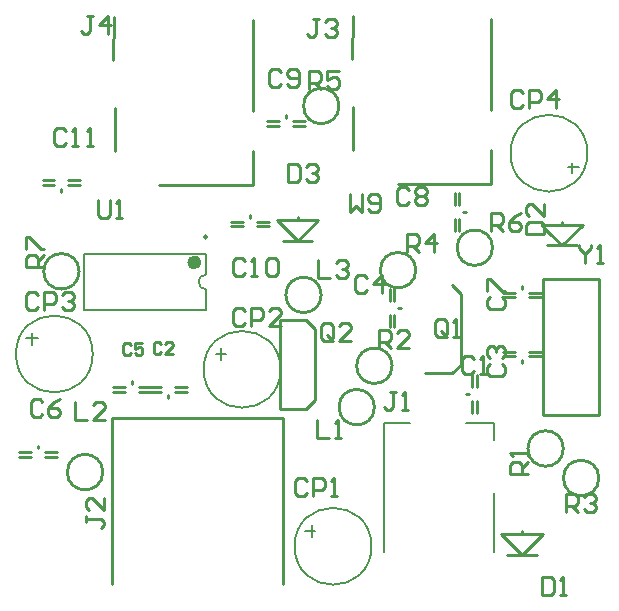
<source format=gto>
G04*
G04 #@! TF.GenerationSoftware,Altium Limited,Altium Designer,18.0.12 (696)*
G04*
G04 Layer_Color=65535*
%FSLAX44Y44*%
%MOMM*%
G71*
G01*
G75*
%ADD10C,0.2540*%
%ADD11C,0.2000*%
%ADD12C,0.6000*%
%ADD13C,0.2500*%
D10*
X555000Y780000D02*
G03*
X555000Y780000I-15000J0D01*
G01*
X905000Y800000D02*
G03*
X905000Y800000I-15000J0D01*
G01*
X775000Y920000D02*
G03*
X775000Y920000I-15000J0D01*
G01*
X840000Y781000D02*
G03*
X840000Y781000I-15000J0D01*
G01*
X995000Y605000D02*
G03*
X995000Y605000I-15000J0D01*
G01*
X820000Y700000D02*
G03*
X820000Y700000I-15000J0D01*
G01*
X965000Y630000D02*
G03*
X965000Y630000I-15000J0D01*
G01*
X760000Y760000D02*
G03*
X760000Y760000I-15000J0D01*
G01*
X575000Y610000D02*
G03*
X575000Y610000I-15000J0D01*
G01*
X805000Y665000D02*
G03*
X805000Y665000I-15000J0D01*
G01*
X727500Y515000D02*
Y656000D01*
X582500Y515000D02*
Y656000D01*
X727500D01*
X870500Y693500D02*
X878000Y701000D01*
X848000Y693500D02*
X870500D01*
X878000Y701000D02*
Y761000D01*
X870500Y768500D02*
X878000Y761000D01*
X725000Y738500D02*
X747500D01*
X755000Y731000D01*
Y671000D02*
Y731000D01*
X725000Y663500D02*
X747500D01*
X725000D02*
Y738500D01*
X747500Y663500D02*
X755000Y671000D01*
X904000Y854000D02*
Y883000D01*
X825000Y854000D02*
X904000D01*
X786000Y960000D02*
X786500Y996000D01*
X787000Y883000D02*
Y919000D01*
X904000Y917000D02*
Y994000D01*
X702000Y916000D02*
Y993000D01*
X585000Y882000D02*
Y918000D01*
X584000Y959000D02*
X584500Y995000D01*
X623000Y853000D02*
X702000D01*
Y882000D01*
X917500Y540000D02*
X942500D01*
X930000D02*
X942500D01*
X920000Y550000D02*
X930000Y540000D01*
X947500Y557500D01*
X930000D02*
Y560000D01*
X920000Y550000D02*
X930000Y540000D01*
Y557500D02*
X947500D01*
X915000D02*
X930000D01*
X915000Y555000D02*
Y557500D01*
Y555000D02*
X920000Y550000D01*
Y550000D01*
X912500Y557500D02*
X920000Y550000D01*
X912500Y557500D02*
X917500D01*
X946500Y819500D02*
X951500D01*
X946500D02*
X954000Y812000D01*
Y812000D02*
Y812000D01*
X949000Y817000D02*
X954000Y812000D01*
X949000Y817000D02*
Y819500D01*
X964000D01*
X981500D01*
X954000Y812000D02*
X964000Y802000D01*
Y819500D02*
Y822000D01*
Y802000D02*
X981500Y819500D01*
X954000Y812000D02*
X964000Y802000D01*
X976500D01*
X951500D02*
X976500D01*
X727500Y806000D02*
X752500D01*
X740000D02*
X752500D01*
X730000Y816000D02*
X740000Y806000D01*
X757500Y823500D01*
X740000D02*
Y826000D01*
X730000Y816000D02*
X740000Y806000D01*
Y823500D02*
X757500D01*
X725000D02*
X740000D01*
X725000Y821000D02*
Y823500D01*
Y821000D02*
X730000Y816000D01*
Y816000D01*
X722500Y823500D02*
X730000Y816000D01*
X722500Y823500D02*
X727500D01*
X914000Y762000D02*
X924000D01*
X936000D02*
X946000D01*
X936000Y758000D02*
X946000D01*
X930000Y765000D02*
Y767500D01*
X914000Y758000D02*
X924000D01*
X584000Y678000D02*
X594000D01*
X600000Y685000D02*
Y687500D01*
X606000Y678000D02*
X616000D01*
X606000Y682000D02*
X616000D01*
X584000D02*
X594000D01*
X636000Y678000D02*
X646000D01*
X614000D02*
X624000D01*
X614000Y682000D02*
X624000D01*
X630000Y672500D02*
Y675000D01*
X636000Y682000D02*
X646000D01*
X714000Y903000D02*
X724000D01*
X730000Y910000D02*
Y912500D01*
X736000Y903000D02*
X746000D01*
X736000Y907000D02*
X746000D01*
X714000D02*
X724000D01*
X684000Y822000D02*
X694000D01*
X706000D02*
X716000D01*
X706000Y818000D02*
X716000D01*
X700000Y825000D02*
Y827500D01*
X684000Y818000D02*
X694000D01*
X546000Y857000D02*
X556000D01*
X540000Y847500D02*
Y850000D01*
X524000Y857000D02*
X534000D01*
X524000Y853000D02*
X534000D01*
X546000D02*
X556000D01*
X888000Y660000D02*
Y670000D01*
Y682000D02*
Y692000D01*
X892000Y682000D02*
Y692000D01*
X882500Y676000D02*
X885000D01*
X892000Y660000D02*
Y670000D01*
X936000Y712000D02*
X946000D01*
X930000Y702500D02*
Y705000D01*
X914000Y712000D02*
X924000D01*
X914000Y708000D02*
X924000D01*
X936000D02*
X946000D01*
X877000Y836000D02*
Y846000D01*
Y814000D02*
Y824000D01*
X873000Y814000D02*
Y824000D01*
X880000Y830000D02*
X882500D01*
X873000Y836000D02*
Y846000D01*
X818000Y755000D02*
Y765000D01*
X825000Y749000D02*
X827500D01*
X818000Y733000D02*
Y743000D01*
X822000Y733000D02*
Y743000D01*
Y755000D02*
Y765000D01*
X504000Y627000D02*
X514000D01*
X526000D02*
X536000D01*
X526000Y623000D02*
X536000D01*
X520000Y630000D02*
Y632500D01*
X504000Y623000D02*
X514000D01*
X948000Y658400D02*
Y773400D01*
X995000D01*
Y658400D02*
Y773400D01*
X948000Y658400D02*
X995000D01*
X567157Y996235D02*
X562078D01*
X564618D01*
Y983539D01*
X562078Y981000D01*
X559539D01*
X557000Y983539D01*
X579853Y981000D02*
Y996235D01*
X572235Y988617D01*
X582392D01*
X758157Y993235D02*
X753078D01*
X755618D01*
Y980539D01*
X753078Y978000D01*
X750539D01*
X748000Y980539D01*
X763235Y990696D02*
X765774Y993235D01*
X770853D01*
X773392Y990696D01*
Y988157D01*
X770853Y985618D01*
X768313D01*
X770853D01*
X773392Y983078D01*
Y980539D01*
X770853Y978000D01*
X765774D01*
X763235Y980539D01*
X523999Y669032D02*
X521460Y671571D01*
X516381D01*
X513842Y669032D01*
Y658875D01*
X516381Y656336D01*
X521460D01*
X523999Y658875D01*
X539234Y671571D02*
X534155Y669032D01*
X529077Y663953D01*
Y658875D01*
X531616Y656336D01*
X536695D01*
X539234Y658875D01*
Y661414D01*
X536695Y663953D01*
X529077D01*
X799157Y774696D02*
X796618Y777235D01*
X791539D01*
X789000Y774696D01*
Y764539D01*
X791539Y762000D01*
X796618D01*
X799157Y764539D01*
X811853Y762000D02*
Y777235D01*
X804235Y769617D01*
X814392D01*
X695157Y746696D02*
X692618Y749235D01*
X687539D01*
X685000Y746696D01*
Y736539D01*
X687539Y734000D01*
X692618D01*
X695157Y736539D01*
X700235Y734000D02*
Y749235D01*
X707853D01*
X710392Y746696D01*
Y741618D01*
X707853Y739078D01*
X700235D01*
X725627Y734000D02*
X715470D01*
X725627Y744157D01*
Y746696D01*
X723088Y749235D01*
X718009D01*
X715470Y746696D01*
X834157Y848696D02*
X831618Y851235D01*
X826539D01*
X824000Y848696D01*
Y838539D01*
X826539Y836000D01*
X831618D01*
X834157Y838539D01*
X839235Y848696D02*
X841774Y851235D01*
X846853D01*
X849392Y848696D01*
Y846157D01*
X846853Y843617D01*
X849392Y841078D01*
Y838539D01*
X846853Y836000D01*
X841774D01*
X839235Y838539D01*
Y841078D01*
X841774Y843617D01*
X839235Y846157D01*
Y848696D01*
X841774Y843617D02*
X846853D01*
X931157Y930696D02*
X928617Y933235D01*
X923539D01*
X921000Y930696D01*
Y920539D01*
X923539Y918000D01*
X928617D01*
X931157Y920539D01*
X936235Y918000D02*
Y933235D01*
X943853D01*
X946392Y930696D01*
Y925618D01*
X943853Y923078D01*
X936235D01*
X959088Y918000D02*
Y933235D01*
X951470Y925618D01*
X961627D01*
X520157Y759696D02*
X517617Y762235D01*
X512539D01*
X510000Y759696D01*
Y749539D01*
X512539Y747000D01*
X517617D01*
X520157Y749539D01*
X525235Y747000D02*
Y762235D01*
X532853D01*
X535392Y759696D01*
Y754617D01*
X532853Y752078D01*
X525235D01*
X540470Y759696D02*
X543009Y762235D01*
X548088D01*
X550627Y759696D01*
Y757157D01*
X548088Y754617D01*
X545549D01*
X548088D01*
X550627Y752078D01*
Y749539D01*
X548088Y747000D01*
X543009D01*
X540470Y749539D01*
X748027Y602230D02*
X745488Y604769D01*
X740409D01*
X737870Y602230D01*
Y592073D01*
X740409Y589534D01*
X745488D01*
X748027Y592073D01*
X753105Y589534D02*
Y604769D01*
X760723D01*
X763262Y602230D01*
Y597151D01*
X760723Y594612D01*
X753105D01*
X768340Y589534D02*
X773419D01*
X770879D01*
Y604769D01*
X768340Y602230D01*
X903304Y701157D02*
X900765Y698617D01*
Y693539D01*
X903304Y691000D01*
X913461D01*
X916000Y693539D01*
Y698617D01*
X913461Y701157D01*
X903304Y706235D02*
X900765Y708774D01*
Y713853D01*
X903304Y716392D01*
X905843D01*
X908382Y713853D01*
Y711313D01*
Y713853D01*
X910922Y716392D01*
X913461D01*
X916000Y713853D01*
Y708774D01*
X913461Y706235D01*
X889157Y705696D02*
X886618Y708235D01*
X881539D01*
X879000Y705696D01*
Y695539D01*
X881539Y693000D01*
X886618D01*
X889157Y695539D01*
X894235Y693000D02*
X899313D01*
X896774D01*
Y708235D01*
X894235Y705696D01*
X544149Y898996D02*
X541610Y901535D01*
X536531D01*
X533992Y898996D01*
Y888839D01*
X536531Y886300D01*
X541610D01*
X544149Y888839D01*
X549227Y886300D02*
X554305D01*
X551766D01*
Y901535D01*
X549227Y898996D01*
X561923Y886300D02*
X567001D01*
X564462D01*
Y901535D01*
X561923Y898996D01*
X695157Y788696D02*
X692617Y791235D01*
X687539D01*
X685000Y788696D01*
Y778539D01*
X687539Y776000D01*
X692617D01*
X695157Y778539D01*
X700235Y776000D02*
X705313D01*
X702774D01*
Y791235D01*
X700235Y788696D01*
X712931D02*
X715470Y791235D01*
X720548D01*
X723088Y788696D01*
Y778539D01*
X720548Y776000D01*
X715470D01*
X712931Y778539D01*
Y788696D01*
X726157Y948696D02*
X723617Y951235D01*
X718539D01*
X716000Y948696D01*
Y938539D01*
X718539Y936000D01*
X723617D01*
X726157Y938539D01*
X731235D02*
X733774Y936000D01*
X738853D01*
X741392Y938539D01*
Y948696D01*
X738853Y951235D01*
X733774D01*
X731235Y948696D01*
Y946157D01*
X733774Y943617D01*
X741392D01*
X624664Y718331D02*
X622998Y719997D01*
X619666D01*
X618000Y718331D01*
Y711666D01*
X619666Y710000D01*
X622998D01*
X624664Y711666D01*
X634661Y710000D02*
X627997D01*
X634661Y716665D01*
Y718331D01*
X632995Y719997D01*
X629663D01*
X627997Y718331D01*
X598665Y717331D02*
X596998Y718997D01*
X593666D01*
X592000Y717331D01*
Y710666D01*
X593666Y709000D01*
X596998D01*
X598665Y710666D01*
X608661Y718997D02*
X601997D01*
Y713998D01*
X605329Y715665D01*
X606995D01*
X608661Y713998D01*
Y710666D01*
X606995Y709000D01*
X603663D01*
X601997Y710666D01*
X903304Y758157D02*
X900765Y755618D01*
Y750539D01*
X903304Y748000D01*
X913461D01*
X916000Y750539D01*
Y755618D01*
X913461Y758157D01*
X900765Y763235D02*
Y773392D01*
X903304D01*
X913461Y763235D01*
X916000D01*
X732000Y871235D02*
Y856000D01*
X739617D01*
X742157Y858539D01*
Y868696D01*
X739617Y871235D01*
X732000D01*
X747235Y868696D02*
X749774Y871235D01*
X754853D01*
X757392Y868696D01*
Y866157D01*
X754853Y863617D01*
X752313D01*
X754853D01*
X757392Y861078D01*
Y858539D01*
X754853Y856000D01*
X749774D01*
X747235Y858539D01*
X933765Y812000D02*
X949000D01*
Y819617D01*
X946461Y822157D01*
X936304D01*
X933765Y819617D01*
Y812000D01*
X949000Y837392D02*
Y827235D01*
X938843Y837392D01*
X936304D01*
X933765Y834853D01*
Y829774D01*
X936304Y827235D01*
X947000Y521235D02*
Y506000D01*
X954617D01*
X957157Y508539D01*
Y518696D01*
X954617Y521235D01*
X947000D01*
X962235Y506000D02*
X967313D01*
X964774D01*
Y521235D01*
X962235Y518696D01*
X770157Y723539D02*
Y733696D01*
X767617Y736235D01*
X762539D01*
X760000Y733696D01*
Y723539D01*
X762539Y721000D01*
X767617D01*
X765078Y726078D02*
X770157Y721000D01*
X767617D02*
X770157Y723539D01*
X785392Y721000D02*
X775235D01*
X785392Y731157D01*
Y733696D01*
X782853Y736235D01*
X777774D01*
X775235Y733696D01*
X525000Y784000D02*
X509765D01*
Y791618D01*
X512304Y794157D01*
X517383D01*
X519922Y791618D01*
Y784000D01*
Y789078D02*
X525000Y794157D01*
X509765Y799235D02*
Y809392D01*
X512304D01*
X522461Y799235D01*
X525000D01*
X967000Y576000D02*
Y591235D01*
X974617D01*
X977157Y588696D01*
Y583618D01*
X974617Y581078D01*
X967000D01*
X972078D02*
X977157Y576000D01*
X982235Y588696D02*
X984774Y591235D01*
X989853D01*
X992392Y588696D01*
Y586157D01*
X989853Y583618D01*
X987313D01*
X989853D01*
X992392Y581078D01*
Y578539D01*
X989853Y576000D01*
X984774D01*
X982235Y578539D01*
X904000Y814000D02*
Y829235D01*
X911618D01*
X914157Y826696D01*
Y821618D01*
X911618Y819078D01*
X904000D01*
X909078D02*
X914157Y814000D01*
X929392Y829235D02*
X924313Y826696D01*
X919235Y821618D01*
Y816539D01*
X921774Y814000D01*
X926853D01*
X929392Y816539D01*
Y819078D01*
X926853Y821618D01*
X919235D01*
X750000Y934000D02*
Y949235D01*
X757617D01*
X760157Y946696D01*
Y941618D01*
X757617Y939078D01*
X750000D01*
X755078D02*
X760157Y934000D01*
X775392Y949235D02*
X765235D01*
Y941618D01*
X770313Y944157D01*
X772853D01*
X775392Y941618D01*
Y936539D01*
X772853Y934000D01*
X767774D01*
X765235Y936539D01*
X833000Y796000D02*
Y811235D01*
X840618D01*
X843157Y808696D01*
Y803617D01*
X840618Y801078D01*
X833000D01*
X838078D02*
X843157Y796000D01*
X855853D02*
Y811235D01*
X848235Y803617D01*
X858392D01*
X935000Y608000D02*
X919765D01*
Y615617D01*
X922304Y618157D01*
X927383D01*
X929922Y615617D01*
Y608000D01*
Y613078D02*
X935000Y618157D01*
Y623235D02*
Y628313D01*
Y625774D01*
X919765D01*
X922304Y623235D01*
X809000Y715000D02*
Y730235D01*
X816618D01*
X819157Y727696D01*
Y722617D01*
X816618Y720078D01*
X809000D01*
X814078D02*
X819157Y715000D01*
X834392D02*
X824235D01*
X834392Y725157D01*
Y727696D01*
X831853Y730235D01*
X826774D01*
X824235Y727696D01*
X571000Y840235D02*
Y827539D01*
X573539Y825000D01*
X578618D01*
X581157Y827539D01*
Y840235D01*
X586235Y825000D02*
X591313D01*
X588774D01*
Y840235D01*
X586235Y837696D01*
X978000Y802235D02*
Y799696D01*
X983078Y794617D01*
X988157Y799696D01*
Y802235D01*
X983078Y794617D02*
Y787000D01*
X993235D02*
X998313D01*
X995774D01*
Y802235D01*
X993235Y799696D01*
X823605Y677857D02*
X818526D01*
X821066D01*
Y665161D01*
X818526Y662622D01*
X815987D01*
X813448Y665161D01*
X828683Y662622D02*
X833761D01*
X831222D01*
Y677857D01*
X828683Y675318D01*
X560765Y573157D02*
Y568078D01*
Y570617D01*
X573461D01*
X576000Y568078D01*
Y565539D01*
X573461Y563000D01*
X576000Y588392D02*
Y578235D01*
X565843Y588392D01*
X563304D01*
X560765Y585853D01*
Y580774D01*
X563304Y578235D01*
X756000Y654235D02*
Y639000D01*
X766157D01*
X771235D02*
X776313D01*
X773774D01*
Y654235D01*
X771235Y651696D01*
X551180Y669285D02*
Y654050D01*
X561337D01*
X576572D02*
X566415D01*
X576572Y664207D01*
Y666746D01*
X574033Y669285D01*
X568954D01*
X566415Y666746D01*
X757000Y789235D02*
Y774000D01*
X767157D01*
X772235Y786696D02*
X774774Y789235D01*
X779853D01*
X782392Y786696D01*
Y784157D01*
X779853Y781618D01*
X777313D01*
X779853D01*
X782392Y779078D01*
Y776539D01*
X779853Y774000D01*
X774774D01*
X772235Y776539D01*
X784000Y845235D02*
Y830000D01*
X789078Y835078D01*
X794157Y830000D01*
Y845235D01*
X799235Y832539D02*
X801774Y830000D01*
X806853D01*
X809392Y832539D01*
Y842696D01*
X806853Y845235D01*
X801774D01*
X799235Y842696D01*
Y840157D01*
X801774Y837617D01*
X809392D01*
X866157Y726539D02*
Y736696D01*
X863617Y739235D01*
X858539D01*
X856000Y736696D01*
Y726539D01*
X858539Y724000D01*
X863617D01*
X861078Y729078D02*
X866157Y724000D01*
X863617D02*
X866157Y726539D01*
X871235Y724000D02*
X876313D01*
X873774D01*
Y739235D01*
X871235Y736696D01*
D11*
X566500Y710000D02*
G03*
X566500Y710000I-32500J0D01*
G01*
X985300Y880000D02*
G03*
X985300Y880000I-32500J0D01*
G01*
X802500Y547200D02*
G03*
X802500Y547200I-32500J0D01*
G01*
X725500Y697000D02*
G03*
X725500Y697000I-32500J0D01*
G01*
X662500Y777350D02*
G03*
X662500Y764650I0J-6350D01*
G01*
X969000Y868000D02*
X978000D01*
X972000Y865070D02*
Y868000D01*
Y863000D02*
Y863690D01*
Y868000D02*
Y872000D01*
Y863690D02*
Y865070D01*
X752000Y555000D02*
Y565000D01*
X752380Y560400D02*
X755000D01*
X746000D02*
X752380D01*
X515000Y718000D02*
Y728000D01*
X509840Y723200D02*
X520000D01*
X969000Y868000D02*
X972000D01*
X882500Y652000D02*
X906500D01*
Y637500D02*
Y652000D01*
X813500D02*
X835000D01*
X813500Y542500D02*
Y652000D01*
X906500Y542500D02*
Y592500D01*
X671000Y710200D02*
X679000D01*
X675000Y705000D02*
Y715000D01*
X559500Y747000D02*
Y795000D01*
X662500Y747000D02*
Y764650D01*
Y777350D02*
Y795000D01*
X559500Y747000D02*
X662500D01*
X559500Y795000D02*
X662500D01*
D12*
X655500Y787500D02*
G03*
X655500Y787500I-3000J0D01*
G01*
D13*
X663350Y809100D02*
G03*
X663350Y809100I-1250J0D01*
G01*
M02*

</source>
